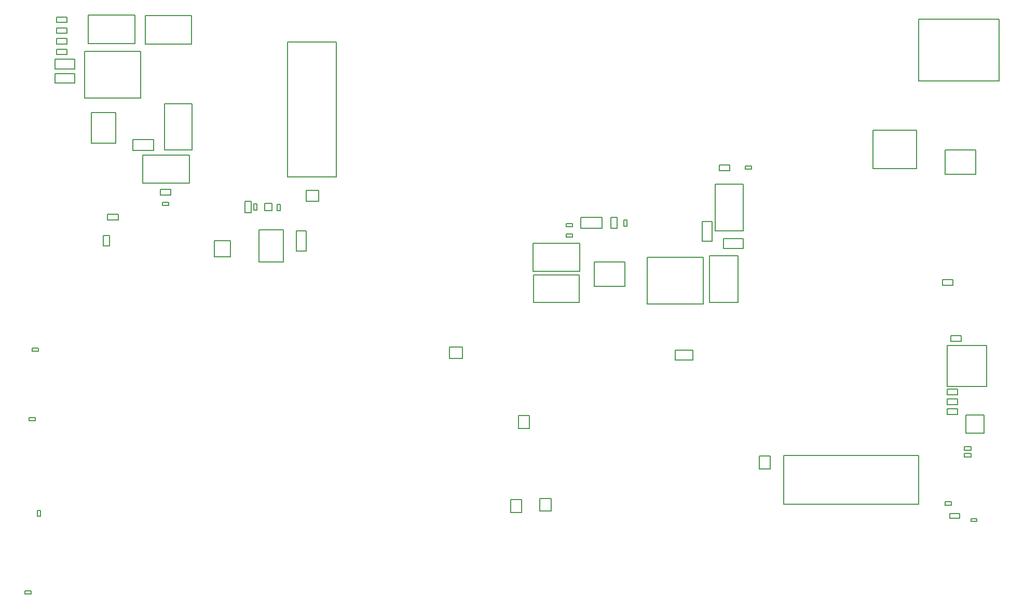
<source format=gbr>
G04*
G04 #@! TF.GenerationSoftware,Altium Limited,Altium Designer,23.7.1 (13)*
G04*
G04 Layer_Color=8388736*
%FSLAX25Y25*%
%MOIN*%
G70*
G04*
G04 #@! TF.SameCoordinates,AF00DCEB-AC48-4C7C-91EA-99F42E284231*
G04*
G04*
G04 #@! TF.FilePolarity,Positive*
G04*
G01*
G75*
%ADD15C,0.00787*%
D15*
X59292Y-126663D02*
Y-119774D01*
X55552Y-126663D02*
X59292D01*
X55552D02*
Y-119774D01*
X59292D01*
X58210Y-106289D02*
X64903D01*
Y-109833D02*
Y-106289D01*
X58210Y-109833D02*
X64903D01*
X58210D02*
Y-106289D01*
X579109Y-20555D02*
Y18945D01*
X630610D01*
Y-20555D02*
Y18945D01*
X579109Y-20555D02*
X630610D01*
X440846Y-163878D02*
Y-133760D01*
X404823Y-163878D02*
X440846D01*
X404823D02*
Y-133760D01*
X440846D01*
X158957Y-99104D02*
X163878D01*
Y-104025D02*
Y-99104D01*
X158957Y-104025D02*
X163878D01*
X158957D02*
Y-99104D01*
X82284Y3150D02*
X112205D01*
X82284D02*
Y21260D01*
X112205D01*
Y3150D02*
Y21260D01*
X597441Y-231299D02*
X604134D01*
Y-234842D02*
Y-231299D01*
X597441Y-234842D02*
X604134D01*
X597441D02*
Y-231299D01*
X599606Y-187879D02*
Y-184336D01*
Y-187879D02*
X606299D01*
Y-184336D01*
X599606D02*
X606299D01*
X597281Y-217062D02*
X622674D01*
Y-190645D01*
X597281D02*
X622674D01*
X597281Y-217062D02*
Y-190645D01*
X594291Y-151772D02*
Y-148228D01*
Y-151772D02*
X600984D01*
Y-148228D01*
X594291D02*
X600984D01*
X476772Y-269882D02*
Y-261614D01*
Y-269882D02*
X483858D01*
Y-261614D01*
X476772D02*
X483858D01*
X185630Y-98032D02*
X193898D01*
Y-90945D01*
X185630D02*
X193898D01*
X185630Y-98032D02*
Y-90945D01*
X173819Y-82284D02*
X205118D01*
Y4331D01*
X173819D02*
X205118D01*
X173819Y-82284D02*
Y4331D01*
X579134Y-292421D02*
Y-261122D01*
X492520D02*
X579134D01*
X492520Y-292421D02*
Y-261122D01*
Y-292421D02*
X579134D01*
X155548Y-137008D02*
Y-116142D01*
Y-137008D02*
X170902D01*
Y-116142D01*
X155548D02*
X170902D01*
X444882Y-162992D02*
X462992D01*
Y-133071D01*
X444882D02*
X462992D01*
X444882Y-162992D02*
Y-133071D01*
X466535Y-116929D02*
Y-87008D01*
X448425Y-116929D02*
X466535D01*
X448425D02*
Y-87008D01*
X466535D01*
X352898Y-120866D02*
X356835D01*
X352898D02*
Y-118898D01*
X356835D01*
Y-120866D02*
Y-118898D01*
X389670Y-113958D02*
Y-110021D01*
X391638D01*
Y-113958D02*
Y-110021D01*
X389670Y-113958D02*
X391638D01*
X356835Y-114173D02*
Y-112205D01*
X352898D02*
X356835D01*
X352898Y-114173D02*
Y-112205D01*
Y-114173D02*
X356835D01*
X381299Y-115354D02*
Y-108268D01*
X385236D01*
Y-115354D02*
Y-108268D01*
X381299Y-115354D02*
X385236D01*
X434009Y-200000D02*
Y-193701D01*
X422591Y-200000D02*
X434009D01*
X422591D02*
Y-193701D01*
X434009D01*
X45669Y3543D02*
Y21654D01*
Y3543D02*
X75590D01*
Y21654D01*
X45669D02*
X75590D01*
X370740Y-152717D02*
Y-137047D01*
X390425D01*
Y-152717D02*
Y-137047D01*
X370740Y-152717D02*
X390425D01*
X47638Y-60698D02*
Y-41013D01*
Y-60698D02*
X63307D01*
Y-41013D01*
X47638D02*
X63307D01*
X37008Y-22047D02*
Y-15748D01*
X24409D02*
X37008D01*
X24409Y-22047D02*
Y-15748D01*
Y-22047D02*
X37008D01*
X440158Y-123622D02*
X446457D01*
Y-111024D01*
X440158D02*
X446457D01*
X440158Y-123622D02*
Y-111024D01*
X453639Y-128347D02*
Y-122047D01*
Y-128347D02*
X466237D01*
Y-122047D01*
X453639D02*
X466237D01*
X375590Y-115354D02*
Y-108268D01*
X362205D02*
X375590D01*
X362205Y-115354D02*
Y-108268D01*
Y-115354D02*
X375590D01*
X331693Y-145079D02*
X361221D01*
Y-162795D02*
Y-145079D01*
X331693Y-162795D02*
X361221D01*
X331693D02*
Y-145079D01*
X331457Y-124803D02*
X361378D01*
Y-142913D02*
Y-124803D01*
X331457Y-142913D02*
X361378D01*
X331457D02*
Y-124803D01*
X43406Y-31594D02*
Y-1476D01*
X79429D01*
Y-31594D02*
Y-1476D01*
X43406Y-31594D02*
X79429D01*
X110630Y-86221D02*
Y-68110D01*
X80709D02*
X110630D01*
X80709Y-86221D02*
Y-68110D01*
Y-86221D02*
X110630D01*
X94685Y-64764D02*
Y-35236D01*
X112402D01*
Y-64764D02*
Y-35236D01*
X94685Y-64764D02*
X112402D01*
X87805Y-65266D02*
Y-58179D01*
X74419D02*
X87805D01*
X74419Y-65266D02*
Y-58179D01*
Y-65266D02*
X87805D01*
X451181Y-78150D02*
Y-74606D01*
Y-78150D02*
X457874D01*
Y-74606D01*
X451181D02*
X457874D01*
X98622Y-93898D02*
Y-90354D01*
X91929D02*
X98622D01*
X91929Y-93898D02*
Y-90354D01*
Y-93898D02*
X98622D01*
X93307Y-98622D02*
X97244D01*
Y-100591D02*
Y-98622D01*
X93307Y-100591D02*
X97244D01*
X93307D02*
Y-98622D01*
X467717Y-77362D02*
X471654D01*
X467717D02*
Y-75394D01*
X471654D01*
Y-77362D02*
Y-75394D01*
X37008Y-12992D02*
Y-6693D01*
X24409D02*
X37008D01*
X24409Y-12992D02*
Y-6693D01*
Y-12992D02*
X37008D01*
X597441Y-218701D02*
X604134D01*
Y-222244D02*
Y-218701D01*
X597441Y-222244D02*
X604134D01*
X597441D02*
Y-218701D01*
X277756Y-198819D02*
Y-191732D01*
X286024D01*
Y-198819D02*
Y-191732D01*
X277756Y-198819D02*
X286024D01*
X179367Y-129921D02*
Y-116929D01*
X185666D01*
Y-129921D02*
Y-116929D01*
X179367Y-129921D02*
X185666D01*
X169095Y-103937D02*
Y-100000D01*
X167126Y-103937D02*
X169095D01*
X167126D02*
Y-100000D01*
X169095D01*
X597441Y-225000D02*
X604134D01*
Y-228543D02*
Y-225000D01*
X597441Y-228543D02*
X604134D01*
X597441D02*
Y-225000D01*
X11811Y-238779D02*
Y-236811D01*
X7874D02*
X11811D01*
X7874Y-238779D02*
Y-236811D01*
Y-238779D02*
X11811D01*
X9055Y-350197D02*
Y-348228D01*
X5118D02*
X9055D01*
X5118Y-350197D02*
Y-348228D01*
Y-350197D02*
X9055D01*
X13189Y-296457D02*
X15157D01*
X13189Y-300394D02*
Y-296457D01*
Y-300394D02*
X15157D01*
Y-296457D01*
X13780Y-194291D02*
Y-192323D01*
X9843D02*
X13780D01*
X9843Y-194291D02*
Y-192323D01*
Y-194291D02*
X13780D01*
X322047Y-243898D02*
Y-235630D01*
Y-243898D02*
X329134D01*
Y-235630D01*
X322047D02*
X329134D01*
X25394Y-3740D02*
Y-197D01*
Y-3740D02*
X32087D01*
Y-197D01*
X25394D02*
X32087D01*
X25394Y3150D02*
Y6693D01*
Y3150D02*
X32087D01*
Y6693D01*
X25394D02*
X32087D01*
X25394Y10039D02*
Y13583D01*
Y10039D02*
X32087D01*
Y13583D01*
X25394D02*
X32087D01*
X25394Y16929D02*
Y20472D01*
Y16929D02*
X32087D01*
Y20472D01*
X25394D02*
X32087D01*
X146457Y-98036D02*
X150394D01*
X146457Y-105123D02*
Y-98036D01*
Y-105123D02*
X150394D01*
Y-98036D01*
X152165Y-99606D02*
X154134D01*
X152165Y-103543D02*
Y-99606D01*
Y-103543D02*
X154134D01*
Y-99606D01*
X608563Y-257776D02*
Y-255610D01*
Y-257776D02*
X612697D01*
Y-255610D01*
X608563D02*
X612697D01*
X609350Y-246911D02*
X621161D01*
Y-235100D01*
X609350D02*
X621161D01*
X609350Y-246911D02*
Y-235100D01*
X599213Y-301575D02*
Y-298425D01*
Y-301575D02*
X605512D01*
Y-298425D01*
X599213D02*
X605512D01*
X612598Y-303740D02*
Y-301772D01*
Y-303740D02*
X616535D01*
Y-301772D01*
X612598D02*
X616535D01*
X600098Y-293209D02*
Y-291043D01*
X595965D02*
X600098D01*
X595965Y-293209D02*
Y-291043D01*
Y-293209D02*
X600098D01*
X612697Y-262106D02*
Y-259941D01*
X608563D02*
X612697D01*
X608563Y-262106D02*
Y-259941D01*
Y-262106D02*
X612697D01*
X335827Y-297047D02*
Y-288779D01*
Y-297047D02*
X342913D01*
Y-288779D01*
X335827D02*
X342913D01*
X316929Y-297835D02*
Y-289567D01*
Y-297835D02*
X324016D01*
Y-289567D01*
X316929D02*
X324016D01*
X577776Y-76811D02*
Y-52323D01*
X549784D02*
X577776D01*
X549784Y-76811D02*
Y-52323D01*
Y-76811D02*
X577776D01*
X596063Y-80669D02*
X615748D01*
Y-65000D01*
X596063D02*
X615748D01*
X596063Y-80669D02*
Y-65000D01*
X136937Y-133468D02*
Y-123232D01*
X126701Y-133468D02*
X136937D01*
X126701D02*
Y-123232D01*
X136937D01*
M02*

</source>
